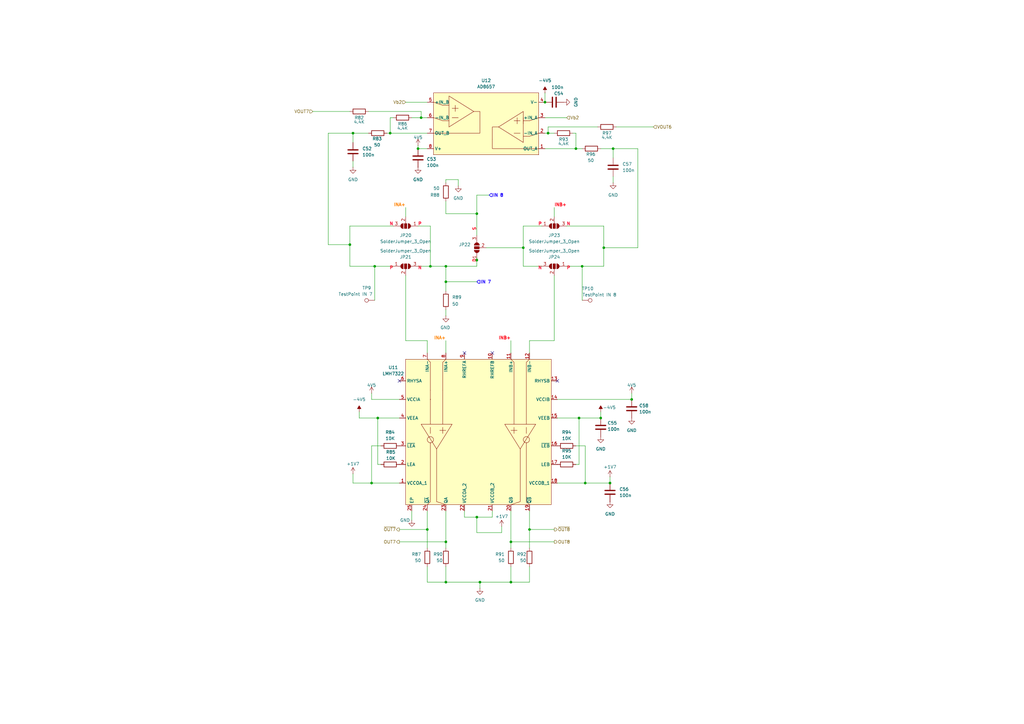
<source format=kicad_sch>
(kicad_sch (version 20231120) (generator "eeschema") (generator_version "8.0")
  (paper "A3")
  (lib_symbols
    (symbol "Connector:TestPoint" (pin_numbers hide) (pin_names (offset 0.762) hide)
      (property "Reference" "TP" (at 0 6.858 0))
      (property "Value" "TestPoint" (at 0 5.08 0))
      (symbol "TestPoint_0_1"
        (circle (center 0 3.302) (radius 0.762))
      )
      (symbol "TestPoint_1_1"
        (pin passive line (at 0 0 90) (length 2.54) (name "1") (number "1"))
      )
    )
    (symbol "Device:C" (pin_numbers hide) (pin_names (offset 0.254))
      (property "Reference" "C" (at 0.635 2.54 0))
      (property "Value" "C" (at 0.635 -2.54 0))
      (symbol "C_0_1"
        (polyline (pts (xy -2.032 -0.762) (xy 2.032 -0.762)) (stroke (width 0.508)))
        (polyline (pts (xy -2.032 0.762) (xy 2.032 0.762)) (stroke (width 0.508)))
      )
      (symbol "C_1_1"
        (pin passive line (at 0 3.81 270) (length 2.794) (name "~") (number "1"))
        (pin passive line (at 0 -3.81 90) (length 2.794) (name "~") (number "2"))
      )
    )
    (symbol "Device:R" (pin_numbers hide) (pin_names (offset 0))
      (property "Reference" "R" (at 2.032 0 90))
      (property "Value" "R" (at 0 0 90))
      (symbol "R_0_1"
        (rectangle (start -1.016 -2.54) (end 1.016 2.54) (stroke (width 0.254)))
      )
      (symbol "R_1_1"
        (pin passive line (at 0 3.81 270) (length 1.27) (name "~") (number "1"))
        (pin passive line (at 0 -3.81 90) (length 1.27) (name "~") (number "2"))
      )
    )
    (symbol "SolderJumper_3_Open_3" (pin_names (offset 0) hide) (exclude_from_sim yes) (in_bom no)
      (property "Reference" "JP" (at -2.54 -2.54 0))
      (property "Value" "SolderJumper_3_Open" (at 0 2.794 0))
      (symbol "SolderJumper_3_Open_3_0_1"
        (arc (start -1.016 1.016) (mid -2.0276 0) (end -1.016 -1.016))
        (arc (start -1.016 1.016) (mid -2.0276 0) (end -1.016 -1.016) (fill (type outline)))
        (rectangle (start -0.508 1.016) (end 0.508 -1.016) (fill (type outline)))
        (polyline (pts (xy -2.54 0) (xy -2.032 0)))
        (polyline (pts (xy -1.016 1.016) (xy -1.016 -1.016)))
        (polyline (pts (xy 0 -1.27) (xy 0 -1.016)))
        (polyline (pts (xy 1.016 1.016) (xy 1.016 -1.016)))
        (polyline (pts (xy 2.54 0) (xy 2.032 0)))
        (arc (start 1.016 -1.016) (mid 2.0276 0) (end 1.016 1.016))
        (arc (start 1.016 -1.016) (mid 2.0276 0) (end 1.016 1.016) (fill (type outline)))
      )
      (symbol "SolderJumper_3_Open_3_1_1"
        (pin passive line (at -5.08 0 0) (length 2.54) (name "A") (number "1"))
        (pin passive line (at 0 -3.81 90) (length 2.54) (name "C") (number "2"))
        (pin passive line (at 5.08 0 180) (length 2.54) (name "B") (number "3"))
      )
    )
    (symbol "power:+1V2" (power) (pin_numbers hide) (pin_names (offset 0) hide)
      (property "Value" "+1V2" (at 0 3.556 0))
      (symbol "+1V2_0_1"
        (polyline (pts (xy -0.762 1.27) (xy 0 2.54)))
        (polyline (pts (xy 0 0) (xy 0 2.54)))
        (polyline (pts (xy 0 2.54) (xy 0.762 1.27)))
      )
      (symbol "+1V2_1_1"
        (pin power_in line (at 0 0 90) (length 0) (name "~") (number "1"))
      )
    )
    (symbol "power:+8V" (power) (pin_numbers hide) (pin_names (offset 0) hide)
      (property "Value" "+8V" (at 0 3.556 0))
      (symbol "+8V_0_1"
        (polyline (pts (xy -0.762 1.27) (xy 0 2.54)))
        (polyline (pts (xy 0 0) (xy 0 2.54)))
        (polyline (pts (xy 0 2.54) (xy 0.762 1.27)))
      )
      (symbol "+8V_1_1"
        (pin power_in line (at 0 0 90) (length 0) (name "~") (number "1"))
      )
    )
    (symbol "power:-8V" (power) (pin_numbers hide) (pin_names (offset 0) hide)
      (property "Value" "-8V" (at 0 3.556 0))
      (symbol "-8V_0_0"
        (pin power_in line (at 0 0 90) (length 0) (name "~") (number "1"))
      )
      (symbol "-8V_0_1"
        (polyline (pts (xy 0 0) (xy 0 1.27) (xy 0.762 1.27) (xy 0 2.54) (xy -0.762 1.27) (xy 0 1.27)) (fill (type outline)))
      )
    )
    (symbol "power:GND" (power) (pin_numbers hide) (pin_names (offset 0) hide)
      (property "Value" "GND" (at 0 -3.81 0))
      (symbol "GND_0_1"
        (polyline (pts (xy 0 0) (xy 0 -1.27) (xy 1.27 -1.27) (xy 0 -2.54) (xy -1.27 -1.27) (xy 0 -1.27)))
      )
      (symbol "GND_1_1"
        (pin power_in line (at 0 0 270) (length 0) (name "~") (number "1"))
      )
    )
    (symbol "prova:AD8657"
      (property "Reference" "U" (at 9.906 3.556 0))
      (property "Value" "AD8657" (at 10.16 5.842 0))
      (symbol "AD8657_0_1"
        (polyline (pts (xy 12.7 17.78) (xy 12.7 20.32)))
        (polyline (pts (xy 13.97 19.05) (xy 16.51 19.05)))
        (polyline (pts (xy 13.97 24.13) (xy 16.51 24.13)))
        (polyline (pts (xy 15.24 20.32) (xy 15.24 17.78)))
        (polyline (pts (xy 16.51 19.05) (xy 16.51 19.05)))
        (polyline (pts (xy 36.83 17.78) (xy 36.83 17.78)))
        (polyline (pts (xy 39.37 13.97) (xy 41.91 13.97)))
        (polyline (pts (xy 39.37 17.78) (xy 41.91 17.78)))
        (polyline (pts (xy 40.64 15.24) (xy 40.64 12.7)))
      )
      (symbol "AD8657_1_1"
        (polyline (pts (xy 6.35 17.78) (xy 10.16 19.05)))
        (polyline (pts (xy 10.16 25.4) (xy 6.35 24.13)))
        (polyline (pts (xy 11.43 19.05) (xy 10.16 19.05)))
        (polyline (pts (xy 11.43 19.05) (xy 12.7 19.05)))
        (polyline (pts (xy 11.43 25.4) (xy 10.16 25.4)))
        (polyline (pts (xy 11.43 25.4) (xy 12.7 25.4)))
        (polyline (pts (xy 22.86 21.59) (xy 25.4 21.59) (xy 25.4 26.67)))
        (polyline (pts (xy 25.4 26.67) (xy 25.4 30.48) (xy 6.35 30.48)))
        (polyline (pts (xy 49.53 11.43) (xy 45.72 12.7) (xy 43.18 12.7)))
        (polyline (pts (xy 49.53 17.78) (xy 45.72 19.05) (xy 43.18 19.05)))
        (polyline (pts (xy 12.7 15.24) (xy 12.7 27.94) (xy 22.86 21.59) (xy 12.7 15.24)))
        (polyline (pts (xy 33.02 15.24) (xy 30.48 15.24) (xy 30.48 24.13) (xy 49.53 24.13)))
        (polyline (pts (xy 43.18 21.59) (xy 43.18 8.89) (xy 33.02 15.24) (xy 43.18 21.59)))
        (rectangle (start 6.35 33.02) (end 49.53 7.62) (fill (type background)))
        (pin output line (at 3.81 30.48 0) (length 2.54) (name "OUT_A") (number "1"))
        (pin input line (at 3.81 24.13 0) (length 2.54) (name "-IN_A") (number "2"))
        (pin input line (at 3.81 17.78 0) (length 2.54) (name "+IN_A") (number "3"))
        (pin input line (at 3.81 11.43 0) (length 2.54) (name "V-") (number "4"))
        (pin input line (at 52.07 11.43 180) (length 2.54) (name "+IN_B") (number "5"))
        (pin input line (at 52.07 17.78 180) (length 2.54) (name "-IN_B") (number "6"))
        (pin input line (at 52.07 24.13 180) (length 2.54) (name "OUT_B") (number "7"))
        (pin input line (at 52.07 30.48 180) (length 2.54) (name "V+") (number "8"))
      )
    )
    (symbol "prova:LMH7322"
      (property "Reference" "U" (at 11.684 8.89 0))
      (property "Value" "LMH7322" (at 20.32 16.51 0))
      (symbol "LMH7322_0_1"
        (circle (center -8.89 -5.08) (radius 0.0001))
        (circle (center -8.89 11.43) (radius 1.27))
        (polyline (pts (xy -8.89 -8.89) (xy -8.89 5.08)))
        (polyline (pts (xy -8.89 8.89) (xy -8.89 6.35)))
        (polyline (pts (xy -3.81 -8.89) (xy -3.81 5.08)))
        (polyline (pts (xy -3.81 8.89) (xy -3.81 6.35)))
        (polyline (pts (xy -2.54 7.62) (xy -5.08 7.62)))
        (polyline (pts (xy 25.4 8.89) (xy 25.4 6.35)))
        (polyline (pts (xy 26.67 7.62) (xy 24.13 7.62)))
        (polyline (pts (xy 30.48 -2.54) (xy 30.48 -2.54)))
        (polyline (pts (xy 30.48 8.89) (xy 30.48 6.35)))
        (polyline (pts (xy -8.89 -8.89) (xy -8.89 -20.32) (xy -10.16 -21.59)))
        (polyline (pts (xy -8.89 12.7) (xy -8.89 36.83) (xy -10.16 38.1)))
        (polyline (pts (xy -6.35 15.24) (xy -6.35 36.83) (xy -2.54 38.1)))
        (polyline (pts (xy -3.81 -8.89) (xy -3.81 -20.32) (xy -2.54 -21.59)))
        (polyline (pts (xy 27.94 15.24) (xy 27.94 36.83) (xy 24.13 38.1)))
        (polyline (pts (xy 30.48 12.7) (xy 30.48 36.83) (xy 31.75 38.1)))
        (circle (center 30.48 11.43) (radius 1.27))
      )
      (symbol "LMH7322_1_1"
        (rectangle (start -19.05 38.1) (end 40.64 -21.59) (fill (type background)))
        (polyline (pts (xy 0 5.08) (xy -12.7 5.08) (xy -6.35 15.24) (xy 0 5.08)))
        (polyline (pts (xy 24.13 -21.59) (xy 25.4 -20.32) (xy 25.4 -16.51) (xy 25.4 5.08)) (fill (type background)))
        (polyline (pts (xy 30.48 5.08) (xy 30.48 -16.51) (xy 30.48 -20.32) (xy 31.75 -21.59)) (fill (type background)))
        (polyline (pts (xy 34.29 5.08) (xy 21.59 5.08) (xy 27.94 15.24) (xy 34.29 5.08)) (fill (type background)))
        (pin input line (at -21.59 29.21 0) (length 2.54) (name "VCCOA_1") (number "1"))
        (pin input line (at 16.51 -24.13 90) (length 2.54) (name "RHREFB") (number "10"))
        (pin input line (at 24.13 -24.13 90) (length 2.54) (name "INB+") (number "11"))
        (pin input line (at 31.75 -24.13 90) (length 2.54) (name "INB-") (number "12"))
        (pin input line (at 43.18 -12.7 180) (length 2.54) (name "RHYSB") (number "13"))
        (pin input line (at 43.18 -5.08 180) (length 2.54) (name "VCCIB") (number "14"))
        (pin input line (at 43.18 2.54 180) (length 2.54) (name "VEEB") (number "15"))
        (pin input line (at 43.18 13.97 180) (length 2.54) (name "~{LEB}") (number "16"))
        (pin input line (at 43.18 21.59 180) (length 2.54) (name "LEB") (number "17"))
        (pin input line (at 43.18 29.21 180) (length 2.54) (name "VCCOB_1") (number "18"))
        (pin output line (at 31.75 40.64 270) (length 2.54) (name "~{QB}") (number "19"))
        (pin input line (at -21.59 21.59 0) (length 2.54) (name "LEA") (number "2"))
        (pin output line (at 24.13 40.64 270) (length 2.54) (name "QB") (number "20"))
        (pin input line (at 16.51 40.64 270) (length 2.54) (name "VCCOB_2") (number "21"))
        (pin input line (at 5.08 40.64 270) (length 2.54) (name "VCCOA_2") (number "22"))
        (pin output line (at -2.54 40.64 270) (length 2.54) (name "QA") (number "23"))
        (pin output line (at -10.16 40.64 270) (length 2.54) (name "~{QA}") (number "24"))
        (pin passive line (at -16.51 40.64 270) (length 2.54) (name "EP") (number "25"))
        (pin input line (at -21.59 13.97 0) (length 2.54) (name "~{LEA}") (number "3"))
        (pin input line (at -21.59 2.54 0) (length 2.54) (name "VEEA") (number "4"))
        (pin input line (at -21.59 -5.08 0) (length 2.54) (name "VCCIA") (number "5"))
        (pin input line (at -21.59 -12.7 0) (length 2.54) (name "RHYSA") (number "6"))
        (pin input line (at -10.16 -24.13 90) (length 2.54) (name "INA-") (number "7"))
        (pin input line (at -2.54 -24.13 90) (length 2.54) (name "INA+") (number "8"))
        (pin input line (at 5.08 -24.13 90) (length 2.54) (name "RHREFA") (number "9"))
      )
    )
  )
  (junction (at 209.55 222.25))
  (junction (at 160.02 54.61))
  (junction (at 196.85 238.76))
  (junction (at 240.03 198.12))
  (junction (at 195.58 212.09))
  (junction (at 209.55 238.76))
  (junction (at 171.45 60.96))
  (junction (at 247.65 101.6))
  (junction (at 251.46 60.96))
  (junction (at 175.26 217.17))
  (junction (at 246.38 171.45))
  (junction (at 217.17 217.17))
  (junction (at 250.19 198.12))
  (junction (at 182.88 238.76))
  (junction (at 237.49 171.45))
  (junction (at 223.52 41.91))
  (junction (at 144.78 54.61))
  (junction (at 224.79 54.61))
  (junction (at 214.63 101.6))
  (junction (at 236.22 60.96))
  (junction (at 259.08 163.83))
  (junction (at 182.88 109.22))
  (junction (at 182.88 115.57))
  (junction (at 195.58 106.68))
  (junction (at 182.88 222.25))
  (junction (at 154.94 171.45))
  (junction (at 195.58 87.63))
  (junction (at 238.76 109.22))
  (junction (at 176.53 109.22))
  (junction (at 152.4 198.12))
  (junction (at 172.72 48.26))
  (junction (at 143.51 100.33))
  (junction (at 153.67 109.22))
  (no_connect (at 163.83 156.21))
  (no_connect (at 190.5 144.78))
  (no_connect (at 228.6 156.21))
  (no_connect (at 201.93 144.78))
  (wire (pts (xy 175.26 144.78) (xy 175.26 139.7)))
  (wire (pts (xy 236.22 182.88) (xy 240.03 182.88)))
  (wire (pts (xy 228.6 163.83) (xy 259.08 163.83)))
  (wire (pts (xy 182.88 222.25) (xy 182.88 224.79)))
  (wire (pts (xy 182.88 127) (xy 182.88 129.54)))
  (wire (pts (xy 175.26 139.7) (xy 166.37 139.7)))
  (wire (pts (xy 182.88 115.57) (xy 195.58 115.57)))
  (wire (pts (xy 227.33 217.17) (xy 217.17 217.17)))
  (wire (pts (xy 163.83 198.12) (xy 152.4 198.12)))
  (wire (pts (xy 182.88 222.25) (xy 163.83 222.25)))
  (wire (pts (xy 143.51 92.71) (xy 161.29 92.71)))
  (wire (pts (xy 176.53 92.71) (xy 176.53 109.22)))
  (wire (pts (xy 199.39 101.6) (xy 214.63 101.6)))
  (wire (pts (xy 195.58 87.63) (xy 195.58 96.52)))
  (wire (pts (xy 158.75 54.61) (xy 160.02 54.61)))
  (wire (pts (xy 246.38 168.91) (xy 246.38 171.45)))
  (wire (pts (xy 190.5 212.09) (xy 190.5 209.55)))
  (wire (pts (xy 232.41 92.71) (xy 247.65 92.71)))
  (wire (pts (xy 182.88 119.38) (xy 182.88 115.57)))
  (wire (pts (xy 227.33 222.25) (xy 209.55 222.25)))
  (wire (pts (xy 217.17 238.76) (xy 209.55 238.76)))
  (wire (pts (xy 201.93 212.09) (xy 201.93 209.55)))
  (wire (pts (xy 238.76 109.22) (xy 247.65 109.22)))
  (wire (pts (xy 240.03 198.12) (xy 228.6 198.12)))
  (wire (pts (xy 182.88 73.66) (xy 187.96 73.66)))
  (wire (pts (xy 217.17 139.7) (xy 227.33 139.7)))
  (wire (pts (xy 209.55 222.25) (xy 209.55 224.79)))
  (wire (pts (xy 176.53 109.22) (xy 171.45 109.22)))
  (wire (pts (xy 175.26 209.55) (xy 175.26 217.17)))
  (wire (pts (xy 236.22 54.61) (xy 236.22 60.96)))
  (wire (pts (xy 182.88 209.55) (xy 182.88 222.25)))
  (wire (pts (xy 154.94 190.5) (xy 154.94 171.45)))
  (wire (pts (xy 153.67 109.22) (xy 153.67 123.19)))
  (wire (pts (xy 152.4 198.12) (xy 144.78 198.12)))
  (wire (pts (xy 190.5 212.09) (xy 195.58 212.09)))
  (wire (pts (xy 154.94 171.45) (xy 147.32 171.45)))
  (wire (pts (xy 232.41 109.22) (xy 238.76 109.22)))
  (wire (pts (xy 217.17 217.17) (xy 217.17 224.79)))
  (wire (pts (xy 217.17 232.41) (xy 217.17 238.76)))
  (wire (pts (xy 195.58 80.01) (xy 195.58 87.63)))
  (wire (pts (xy 143.51 92.71) (xy 143.51 100.33)))
  (wire (pts (xy 222.25 92.71) (xy 214.63 92.71)))
  (wire (pts (xy 247.65 101.6) (xy 247.65 109.22)))
  (wire (pts (xy 171.45 92.71) (xy 176.53 92.71)))
  (wire (pts (xy 251.46 64.77) (xy 251.46 60.96)))
  (wire (pts (xy 223.52 60.96) (xy 236.22 60.96)))
  (wire (pts (xy 134.62 100.33) (xy 134.62 54.61)))
  (wire (pts (xy 182.88 82.55) (xy 182.88 87.63)))
  (wire (pts (xy 205.74 215.9) (xy 205.74 218.44)))
  (wire (pts (xy 144.78 58.42) (xy 144.78 54.61)))
  (wire (pts (xy 224.79 54.61) (xy 227.33 54.61)))
  (wire (pts (xy 196.85 238.76) (xy 196.85 241.3)))
  (wire (pts (xy 134.62 54.61) (xy 144.78 54.61)))
  (wire (pts (xy 259.08 161.29) (xy 259.08 163.83)))
  (wire (pts (xy 153.67 109.22) (xy 161.29 109.22)))
  (wire (pts (xy 224.79 52.07) (xy 245.11 52.07)))
  (wire (pts (xy 250.19 198.12) (xy 240.03 198.12)))
  (wire (pts (xy 128.27 45.72) (xy 143.51 45.72)))
  (wire (pts (xy 160.02 54.61) (xy 160.02 48.26)))
  (wire (pts (xy 247.65 92.71) (xy 247.65 101.6)))
  (wire (pts (xy 227.33 113.03) (xy 227.33 139.7)))
  (wire (pts (xy 236.22 190.5) (xy 237.49 190.5)))
  (wire (pts (xy 195.58 105.41) (xy 195.58 106.68)))
  (wire (pts (xy 152.4 182.88) (xy 156.21 182.88)))
  (wire (pts (xy 246.38 60.96) (xy 251.46 60.96)))
  (wire (pts (xy 224.79 54.61) (xy 223.52 54.61)))
  (wire (pts (xy 195.58 109.22) (xy 182.88 109.22)))
  (wire (pts (xy 267.97 52.07) (xy 252.73 52.07)))
  (wire (pts (xy 175.26 217.17) (xy 175.26 224.79)))
  (wire (pts (xy 182.88 139.7) (xy 182.88 144.78)))
  (wire (pts (xy 261.62 60.96) (xy 251.46 60.96)))
  (wire (pts (xy 247.65 101.6) (xy 261.62 101.6)))
  (wire (pts (xy 152.4 163.83) (xy 163.83 163.83)))
  (wire (pts (xy 168.91 209.55) (xy 168.91 213.36)))
  (wire (pts (xy 166.37 85.09) (xy 166.37 88.9)))
  (wire (pts (xy 163.83 171.45) (xy 154.94 171.45)))
  (wire (pts (xy 143.51 109.22) (xy 153.67 109.22)))
  (wire (pts (xy 144.78 194.31) (xy 144.78 198.12)))
  (wire (pts (xy 250.19 195.58) (xy 250.19 198.12)))
  (wire (pts (xy 143.51 100.33) (xy 134.62 100.33)))
  (wire (pts (xy 209.55 209.55) (xy 209.55 222.25)))
  (wire (pts (xy 166.37 41.91) (xy 175.26 41.91)))
  (wire (pts (xy 152.4 182.88) (xy 152.4 198.12)))
  (wire (pts (xy 175.26 60.96) (xy 171.45 60.96)))
  (wire (pts (xy 166.37 113.03) (xy 166.37 139.7)))
  (wire (pts (xy 195.58 212.09) (xy 195.58 218.44)))
  (wire (pts (xy 209.55 232.41) (xy 209.55 238.76)))
  (wire (pts (xy 224.79 54.61) (xy 224.79 52.07)))
  (wire (pts (xy 240.03 182.88) (xy 240.03 198.12)))
  (wire (pts (xy 236.22 60.96) (xy 238.76 60.96)))
  (wire (pts (xy 195.58 212.09) (xy 201.93 212.09)))
  (wire (pts (xy 182.88 87.63) (xy 195.58 87.63)))
  (wire (pts (xy 172.72 48.26) (xy 172.72 45.72)))
  (wire (pts (xy 227.33 85.09) (xy 227.33 88.9)))
  (wire (pts (xy 195.58 80.01) (xy 200.66 80.01)))
  (wire (pts (xy 144.78 66.04) (xy 144.78 68.58)))
  (wire (pts (xy 214.63 109.22) (xy 222.25 109.22)))
  (wire (pts (xy 182.88 73.66) (xy 182.88 74.93)))
  (wire (pts (xy 261.62 101.6) (xy 261.62 60.96)))
  (wire (pts (xy 156.21 190.5) (xy 154.94 190.5)))
  (wire (pts (xy 175.26 217.17) (xy 163.83 217.17)))
  (wire (pts (xy 223.52 38.1) (xy 223.52 41.91)))
  (wire (pts (xy 234.95 54.61) (xy 236.22 54.61)))
  (wire (pts (xy 238.76 109.22) (xy 238.76 123.19)))
  (wire (pts (xy 182.88 238.76) (xy 175.26 238.76)))
  (wire (pts (xy 187.96 73.66) (xy 187.96 76.2)))
  (wire (pts (xy 175.26 232.41) (xy 175.26 238.76)))
  (wire (pts (xy 214.63 92.71) (xy 214.63 101.6)))
  (wire (pts (xy 168.91 48.26) (xy 172.72 48.26)))
  (wire (pts (xy 228.6 171.45) (xy 237.49 171.45)))
  (wire (pts (xy 196.85 238.76) (xy 182.88 238.76)))
  (wire (pts (xy 209.55 238.76) (xy 196.85 238.76)))
  (wire (pts (xy 160.02 54.61) (xy 175.26 54.61)))
  (wire (pts (xy 151.13 45.72) (xy 172.72 45.72)))
  (wire (pts (xy 147.32 168.91) (xy 147.32 171.45)))
  (wire (pts (xy 195.58 106.68) (xy 195.58 109.22)))
  (wire (pts (xy 182.88 232.41) (xy 182.88 238.76)))
  (wire (pts (xy 217.17 209.55) (xy 217.17 217.17)))
  (wire (pts (xy 143.51 100.33) (xy 143.51 109.22)))
  (wire (pts (xy 144.78 54.61) (xy 151.13 54.61)))
  (wire (pts (xy 182.88 109.22) (xy 176.53 109.22)))
  (wire (pts (xy 237.49 190.5) (xy 237.49 171.45)))
  (wire (pts (xy 251.46 72.39) (xy 251.46 74.93)))
  (wire (pts (xy 223.52 48.26) (xy 232.41 48.26)))
  (wire (pts (xy 246.38 171.45) (xy 237.49 171.45)))
  (wire (pts (xy 171.45 59.69) (xy 171.45 60.96)))
  (wire (pts (xy 172.72 48.26) (xy 175.26 48.26)))
  (wire (pts (xy 214.63 101.6) (xy 214.63 109.22)))
  (wire (pts (xy 195.58 218.44) (xy 205.74 218.44)))
  (wire (pts (xy 209.55 139.7) (xy 209.55 144.78)))
  (wire (pts (xy 182.88 109.22) (xy 182.88 115.57)))
  (wire (pts (xy 152.4 161.29) (xy 152.4 163.83)))
  (wire (pts (xy 217.17 144.78) (xy 217.17 139.7)))
  (wire (pts (xy 160.02 48.26) (xy 161.29 48.26)))
  (text "N" (at 221.488 109.982 0) (effects (font (size 1.27 1.27) (thickness 0.254) (bold yes))))
  (text "P\n" (at 221.488 91.948 0) (effects (font (size 1.27 1.27) (thickness 0.254) (bold yes))))
  (text "N" (at 172.212 109.982 0) (effects (font (size 1.27 1.27) (thickness 0.254) (bold yes))))
  (text "D" (at 194.564 106.934 90) (effects (font (size 1.27 1.27) (thickness 0.254) (bold yes))))
  (text "P\n" (at 233.172 109.982 0) (effects (font (size 1.27 1.27) (thickness 0.254) (bold yes))))
  (text "N" (at 233.172 91.948 0) (effects (font (size 1.27 1.27) (thickness 0.254) (bold yes))))
  (text "S" (at 194.564 93.98 90) (effects (font (size 1.27 1.27) (thickness 0.254) (bold yes))))
  (text "P\n" (at 160.528 109.982 0) (effects (font (size 1.27 1.27) (thickness 0.254) (bold yes))))
  (text "P\n" (at 172.212 91.948 0) (effects (font (size 1.27 1.27) (thickness 0.254) (bold yes))))
  (text "N" (at 160.528 91.948 0) (effects (font (size 1.27 1.27) (thickness 0.254) (bold yes))))
  (label "INB+" (at 209.55 139.7 180) (effects (font (thickness 0.254) (bold yes))))
  (label "INA+" (at 166.37 85.09 180) (effects (font (thickness 0.254) (bold yes))))
  (label "INB+" (at 227.33 85.09 0) (effects (font (thickness 0.254) (bold yes))))
  (label "INA+" (at 182.88 139.7 180) (effects (font (thickness 0.254) (bold yes))))
  (hierarchical_label "VOUT6" (shape input) (at 267.97 52.07 0))
  (hierarchical_label "Vb2" (shape input) (at 232.41 48.26 0))
  (hierarchical_label "~{OUT7}" (shape output) (at 163.83 217.17 180))
  (hierarchical_label "~{OUT8}" (shape output) (at 227.33 217.17 0))
  (hierarchical_label "Vb2" (shape input) (at 166.37 41.91 180))
  (hierarchical_label "OUT8" (shape output) (at 227.33 222.25 0))
  (hierarchical_label "VOUT7" (shape input) (at 128.27 45.72 180))
  (hierarchical_label "IN 8" (shape input) (at 200.66 80.01 0) (effects (font (thickness 0.254) (bold yes))))
  (hierarchical_label "IN 7" (shape input) (at 195.58 115.57 0) (effects (font (thickness 0.254) (bold yes))))
  (hierarchical_label "OUT7" (shape output) (at 163.83 222.25 180))
  (symbol (lib_id "Device:R") (at 175.26 228.6 0) (mirror y) (unit 1)
    (property "Reference" "R87" (at 172.72 227.3299 0) (effects (justify left)))
    (property "Value" "50" (at 172.72 229.8699 0) (effects (justify left)))
    (property "Footprint" "Resistor_SMD:R_0603_1608Metric_Pad0.98x0.95mm_HandSolder" (effects (hide yes)))
    (property "Description" "Resistor" (effects (hide yes)))
  )
  (symbol (lib_id "Device:R") (at 231.14 54.61 270) (unit 1)
    (property "Reference" "R93" (at 231.14 57.15 90))
    (property "Value" "4.4K" (at 231.14 58.928 90))
    (property "Footprint" "Resistor_SMD:R_0603_1608Metric_Pad0.98x0.95mm_HandSolder" (effects (hide yes)))
    (property "Description" "Resistor" (effects (hide yes)))
  )
  (symbol (lib_id "Device:R") (at 242.57 60.96 90) (unit 1)
    (property "Reference" "R96" (at 242.316 63.246 90))
    (property "Value" "50" (at 242.316 65.786 90))
    (property "Footprint" "Resistor_SMD:R_0603_1608Metric_Pad0.98x0.95mm_HandSolder" (effects (hide yes)))
    (property "Description" "Resistor" (effects (hide yes)))
  )
  (symbol (lib_id "power:-8V") (at 147.32 168.91 0) (mirror y) (unit 1)
    (property "Reference" "#PWR0129" (effects (hide yes)))
    (property "Value" "-4V5" (at 147.32 163.83 0))
    (property "Description" "Power symbol creates a global label with name \"-8V\"" (effects (hide yes)))
  )
  (symbol (lib_id "power:GND") (at 187.96 76.2 0) (unit 1)
    (property "Reference" "#PWR0135" (effects (hide yes)))
    (property "Value" "GND" (at 187.96 81.28 0))
    (property "Description" "Power symbol creates a global label with name \"GND\" , ground" (effects (hide yes)))
  )
  (symbol (lib_id "power:GND") (at 246.38 179.07 0) (unit 1)
    (property "Reference" "#PWR0142" (effects (hide yes)))
    (property "Value" "GND" (at 246.38 184.15 0))
    (property "Description" "Power symbol creates a global label with name \"GND\" , ground" (effects (hide yes)))
  )
  (symbol (lib_id "power:GND") (at 171.45 68.58 0) (unit 1)
    (property "Reference" "#PWR0133" (effects (hide yes)))
    (property "Value" "GND" (at 171.45 73.66 0))
    (property "Description" "Power symbol creates a global label with name \"GND\" , ground" (effects (hide yes)))
  )
  (symbol (lib_id "power:-8V") (at 246.38 168.91 0) (mirror y) (unit 1)
    (property "Reference" "#PWR0141" (effects (hide yes)))
    (property "Value" "-4V5" (at 249.936 167.132 0))
    (property "Description" "Power symbol creates a global label with name \"-8V\"" (effects (hide yes)))
  )
  (symbol (lib_name "SolderJumper_3_Open_3") (lib_id "Jumper:SolderJumper_3_Open") (at 195.58 101.6 90) (unit 1) (exclude_from_sim yes) (in_bom no)
    (property "Reference" "JP22" (at 193.04 100.3299 90) (effects (justify left)))
    (property "Value" "SolderJumper_3_Open" (effects (hide yes)))
    (property "Footprint" "Jumper:SolderJumper-3_P1.3mm_Open_RoundedPad1.0x1.5mm_NumberLabels" (effects (hide yes)))
    (property "Description" "Solder Jumper, 3-pole, open" (effects (hide yes)))
  )
  (symbol (lib_id "power:GND") (at 144.78 68.58 0) (unit 1)
    (property "Reference" "#PWR0127" (effects (hide yes)))
    (property "Value" "GND" (at 144.78 73.66 0))
    (property "Description" "Power symbol creates a global label with name \"GND\" , ground" (effects (hide yes)))
  )
  (symbol (lib_id "power:+8V") (at 171.45 59.69 0) (unit 1)
    (property "Reference" "#PWR0132" (effects (hide yes)))
    (property "Value" "4V5" (at 171.45 56.388 0))
    (property "Description" "Power symbol creates a global label with name \"+8V\"" (effects (hide yes)))
  )
  (symbol (lib_id "power:+8V") (at 152.4 161.29 0) (mirror y) (unit 1)
    (property "Reference" "#PWR0130" (effects (hide yes)))
    (property "Value" "4V5" (at 152.4 157.988 0))
    (property "Description" "Power symbol creates a global label with name \"+8V\"" (effects (hide yes)))
  )
  (symbol (lib_id "power:GND") (at 231.14 41.91 90) (unit 1)
    (property "Reference" "#PWR0139" (effects (hide yes)))
    (property "Value" "GND" (at 236.22 41.91 0))
    (property "Description" "Power symbol creates a global label with name \"GND\" , ground" (effects (hide yes)))
  )
  (symbol (lib_name "SolderJumper_3_Open_3") (lib_id "Jumper:SolderJumper_3_Open") (at 227.33 92.71 0) (mirror x) (unit 1) (exclude_from_sim yes) (in_bom no)
    (property "Reference" "JP23" (at 227.33 96.52 0))
    (property "Value" "SolderJumper_3_Open" (at 227.33 99.06 0))
    (property "Footprint" "Jumper:SolderJumper-3_P1.3mm_Open_RoundedPad1.0x1.5mm_NumberLabels" (effects (hide yes)))
    (property "Description" "Solder Jumper, 3-pole, open" (effects (hide yes)))
  )
  (symbol (lib_id "Device:C") (at 250.19 201.93 0) (unit 1)
    (property "Reference" "C56" (at 254 200.6599 0) (effects (justify left)))
    (property "Value" "100n" (at 254 203.1999 0) (effects (justify left)))
    (property "Footprint" "Capacitor_SMD:C_0603_1608Metric_Pad1.08x0.95mm_HandSolder" (effects (hide yes)))
    (property "Description" "Unpolarized capacitor" (effects (hide yes)))
  )
  (symbol (lib_id "Device:C") (at 246.38 175.26 0) (unit 1)
    (property "Reference" "C55" (at 249.174 173.482 0) (effects (justify left)))
    (property "Value" "100n" (at 249.174 176.022 0) (effects (justify left)))
    (property "Footprint" "Capacitor_SMD:C_0603_1608Metric_Pad1.08x0.95mm_HandSolder" (effects (hide yes)))
    (property "Description" "Unpolarized capacitor" (effects (hide yes)))
  )
  (symbol (lib_id "Connector:TestPoint") (at 238.76 123.19 270) (unit 1)
    (property "Reference" "TP10" (at 241.046 118.364 90))
    (property "Value" "TestPoint IN 8" (at 245.872 120.904 90))
    (property "Footprint" "TestPoint:TestPoint_Pad_D1.0mm" (effects (hide yes)))
    (property "Description" "test point" (effects (hide yes)))
  )
  (symbol (lib_id "Device:R") (at 232.41 190.5 270) (mirror x) (unit 1)
    (property "Reference" "R95" (at 232.41 184.912 90))
    (property "Value" "10K" (at 232.41 187.452 90))
    (property "Footprint" "Resistor_SMD:R_0603_1608Metric_Pad0.98x0.95mm_HandSolder" (effects (hide yes)))
    (property "Description" "Resistor" (effects (hide yes)))
  )
  (symbol (lib_id "Device:C") (at 259.08 167.64 0) (unit 1)
    (property "Reference" "C58" (at 262.128 166.37 0) (effects (justify left)))
    (property "Value" "100n" (at 262.128 168.91 0) (effects (justify left)))
    (property "Footprint" "Capacitor_SMD:C_0603_1608Metric_Pad1.08x0.95mm_HandSolder" (effects (hide yes)))
    (property "Description" "Unpolarized capacitor" (effects (hide yes)))
  )
  (symbol (lib_id "Connector:TestPoint") (at 153.67 123.19 90) (unit 1)
    (property "Reference" "TP9" (at 150.368 118.11 90))
    (property "Value" "TestPoint IN 7" (at 145.796 120.65 90))
    (property "Footprint" "TestPoint:TestPoint_Pad_D1.0mm" (effects (hide yes)))
    (property "Description" "test point" (effects (hide yes)))
  )
  (symbol (lib_id "Device:R") (at 165.1 48.26 270) (unit 1)
    (property "Reference" "R86" (at 165.1 50.8 90))
    (property "Value" "4.4K" (at 165.1 52.578 90))
    (property "Footprint" "Resistor_SMD:R_0603_1608Metric_Pad0.98x0.95mm_HandSolder" (effects (hide yes)))
    (property "Description" "Resistor" (effects (hide yes)))
  )
  (symbol (lib_id "Device:R") (at 160.02 190.5 270) (mirror x) (unit 1)
    (property "Reference" "R85" (at 160.274 185.42 90))
    (property "Value" "10K" (at 160.274 187.96 90))
    (property "Footprint" "Resistor_SMD:R_0603_1608Metric_Pad0.98x0.95mm_HandSolder" (effects (hide yes)))
    (property "Description" "Resistor" (effects (hide yes)))
  )
  (symbol (lib_id "Device:R") (at 182.88 123.19 180) (unit 1)
    (property "Reference" "R89" (at 185.42 121.9199 0) (effects (justify right)))
    (property "Value" "50" (at 185.42 124.714 0) (effects (justify right)))
    (property "Footprint" "Resistor_SMD:R_0603_1608Metric_Pad0.98x0.95mm_HandSolder" (effects (hide yes)))
    (property "Description" "Resistor" (effects (hide yes)))
  )
  (symbol (lib_id "Device:C") (at 171.45 64.77 0) (unit 1)
    (property "Reference" "C53" (at 175.006 65.278 0) (effects (justify left)))
    (property "Value" "100n" (at 175.006 67.818 0) (effects (justify left)))
    (property "Footprint" "Capacitor_SMD:C_0603_1608Metric_Pad1.08x0.95mm_HandSolder" (effects (hide yes)))
    (property "Description" "Unpolarized capacitor" (effects (hide yes)))
  )
  (symbol (lib_id "Device:C") (at 144.78 62.23 0) (unit 1)
    (property "Reference" "C52" (at 148.59 60.9599 0) (effects (justify left)))
    (property "Value" "100n" (at 148.59 63.4999 0) (effects (justify left)))
    (property "Footprint" "Capacitor_SMD:C_0603_1608Metric_Pad1.08x0.95mm_HandSolder" (effects (hide yes)))
    (property "Description" "Unpolarized capacitor" (effects (hide yes)))
  )
  (symbol (lib_id "Device:R") (at 160.02 182.88 270) (mirror x) (unit 1)
    (property "Reference" "R84" (at 160.02 177.292 90))
    (property "Value" "10K" (at 160.02 179.832 90))
    (property "Footprint" "Resistor_SMD:R_0603_1608Metric_Pad0.98x0.95mm_HandSolder" (effects (hide yes)))
    (property "Description" "Resistor" (effects (hide yes)))
  )
  (symbol (lib_id "Device:R") (at 182.88 228.6 0) (mirror y) (unit 1)
    (property "Reference" "R90" (at 181.61 227.33 0) (effects (justify left)))
    (property "Value" "50" (at 181.61 229.87 0) (effects (justify left)))
    (property "Footprint" "Resistor_SMD:R_0603_1608Metric_Pad0.98x0.95mm_HandSolder" (effects (hide yes)))
    (property "Description" "Resistor" (effects (hide yes)))
  )
  (symbol (lib_id "power:+1V2") (at 205.74 215.9 0) (mirror y) (unit 1)
    (property "Reference" "#PWR0137" (effects (hide yes)))
    (property "Value" "+1V7" (at 205.74 211.836 0))
    (property "Description" "Power symbol creates a global label with name \"+1V2\"" (effects (hide yes)))
  )
  (symbol (lib_id "Device:C") (at 227.33 41.91 90) (unit 1)
    (property "Reference" "C54" (at 231.14 38.354 90) (effects (justify left)))
    (property "Value" "100n" (at 231.14 35.814 90) (effects (justify left)))
    (property "Footprint" "Capacitor_SMD:C_0603_1608Metric_Pad1.08x0.95mm_HandSolder" (effects (hide yes)))
    (property "Description" "Unpolarized capacitor" (effects (hide yes)))
  )
  (symbol (lib_id "prova:AD8657") (at 227.33 30.48 180) (unit 1)
    (property "Reference" "U12" (at 199.39 33.02 0))
    (property "Value" "AD8657" (at 199.39 35.56 0))
    (property "Footprint" "SamacSys_Parts:SOP65P490X110-8N" (effects (hide yes)))
  )
  (symbol (lib_id "Device:R") (at 182.88 78.74 0) (unit 1)
    (property "Reference" "R88" (at 180.34 80.0101 0) (effects (justify right)))
    (property "Value" "50" (at 180.34 77.216 0) (effects (justify right)))
    (property "Footprint" "Resistor_SMD:R_0603_1608Metric_Pad0.98x0.95mm_HandSolder" (effects (hide yes)))
    (property "Description" "Resistor" (effects (hide yes)))
  )
  (symbol (lib_id "power:GND") (at 168.91 213.36 0) (mirror y) (unit 1)
    (property "Reference" "#PWR0131" (effects (hide yes)))
    (property "Value" "GND" (at 166.116 213.36 0))
    (property "Description" "Power symbol creates a global label with name \"GND\" , ground" (effects (hide yes)))
  )
  (symbol (lib_name "SolderJumper_3_Open_3") (lib_id "Jumper:SolderJumper_3_Open") (at 227.33 109.22 0) (mirror y) (unit 1) (exclude_from_sim yes) (in_bom no)
    (property "Reference" "JP24" (at 227.33 105.41 0))
    (property "Value" "SolderJumper_3_Open" (at 227.33 102.87 0))
    (property "Footprint" "Jumper:SolderJumper-3_P1.3mm_Open_RoundedPad1.0x1.5mm_NumberLabels" (effects (hide yes)))
    (property "Description" "Solder Jumper, 3-pole, open" (effects (hide yes)))
  )
  (symbol (lib_name "SolderJumper_3_Open_3") (lib_id "Jumper:SolderJumper_3_Open") (at 166.37 109.22 0) (unit 1) (exclude_from_sim yes) (in_bom no)
    (property "Reference" "JP21" (at 166.37 105.41 0))
    (property "Value" "SolderJumper_3_Open" (at 166.37 102.87 0))
    (property "Footprint" "Jumper:SolderJumper-3_P1.3mm_Open_RoundedPad1.0x1.5mm_NumberLabels" (effects (hide yes)))
    (property "Description" "Solder Jumper, 3-pole, open" (effects (hide yes)))
  )
  (symbol (lib_id "Device:C") (at 251.46 68.58 0) (unit 1)
    (property "Reference" "C57" (at 255.27 67.3099 0) (effects (justify left)))
    (property "Value" "100n" (at 255.27 69.8499 0) (effects (justify left)))
    (property "Footprint" "Capacitor_SMD:C_0603_1608Metric_Pad1.08x0.95mm_HandSolder" (effects (hide yes)))
    (property "Description" "Unpolarized capacitor" (effects (hide yes)))
  )
  (symbol (lib_id "Device:R") (at 147.32 45.72 270) (unit 1)
    (property "Reference" "R82" (at 147.32 48.26 90))
    (property "Value" "4.4K" (at 147.32 50.038 90))
    (property "Footprint" "Resistor_SMD:R_0603_1608Metric_Pad0.98x0.95mm_HandSolder" (effects (hide yes)))
    (property "Description" "Resistor" (effects (hide yes)))
  )
  (symbol (lib_name "SolderJumper_3_Open_3") (lib_id "Jumper:SolderJumper_3_Open") (at 166.37 92.71 180) (unit 1) (exclude_from_sim yes) (in_bom no)
    (property "Reference" "JP20" (at 166.37 96.52 0))
    (property "Value" "SolderJumper_3_Open" (at 166.37 99.06 0))
    (property "Footprint" "Jumper:SolderJumper-3_P1.3mm_Open_RoundedPad1.0x1.5mm_NumberLabels" (effects (hide yes)))
    (property "Description" "Solder Jumper, 3-pole, open" (effects (hide yes)))
  )
  (symbol (lib_id "power:-8V") (at 223.52 38.1 0) (unit 1)
    (property "Reference" "#PWR0138" (effects (hide yes)))
    (property "Value" "-4V5" (at 223.52 33.02 0))
    (property "Description" "Power symbol creates a global label with name \"-8V\"" (effects (hide yes)))
  )
  (symbol (lib_id "power:+8V") (at 259.08 161.29 0) (mirror y) (unit 1)
    (property "Reference" "#PWR0140" (effects (hide yes)))
    (property "Value" "4V5" (at 259.08 157.988 0))
    (property "Description" "Power symbol creates a global label with name \"+8V\"" (effects (hide yes)))
  )
  (symbol (lib_id "power:GND") (at 250.19 205.74 0) (unit 1)
    (property "Reference" "#PWR0144" (effects (hide yes)))
    (property "Value" "GND" (at 250.19 210.82 0))
    (property "Description" "Power symbol creates a global label with name \"GND\" , ground" (effects (hide yes)))
  )
  (symbol (lib_id "power:GND") (at 259.08 171.45 0) (unit 1)
    (property "Reference" "#PWR0146" (effects (hide yes)))
    (property "Value" "GND" (at 259.08 176.53 0))
    (property "Description" "Power symbol creates a global label with name \"GND\" , ground" (effects (hide yes)))
  )
  (symbol (lib_id "power:GND") (at 196.85 241.3 0) (mirror y) (unit 1)
    (property "Reference" "#PWR0136" (effects (hide yes)))
    (property "Value" "GND" (at 196.85 246.126 0))
    (property "Description" "Power symbol creates a global label with name \"GND\" , ground" (effects (hide yes)))
  )
  (symbol (lib_id "power:+1V2") (at 144.78 194.31 0) (mirror y) (unit 1)
    (property "Reference" "#PWR0128" (effects (hide yes)))
    (property "Value" "+1V7" (at 144.78 190.246 0))
    (property "Description" "Power symbol creates a global label with name \"+1V2\"" (effects (hide yes)))
  )
  (symbol (lib_id "Device:R") (at 232.41 182.88 270) (mirror x) (unit 1)
    (property "Reference" "R94" (at 232.41 177.292 90))
    (property "Value" "10K" (at 232.41 179.832 90))
    (property "Footprint" "Resistor_SMD:R_0603_1608Metric_Pad0.98x0.95mm_HandSolder" (effects (hide yes)))
    (property "Description" "Resistor" (effects (hide yes)))
  )
  (symbol (lib_id "Device:R") (at 154.94 54.61 90) (unit 1)
    (property "Reference" "R83" (at 154.686 56.896 90))
    (property "Value" "50" (at 154.686 59.436 90))
    (property "Footprint" "Resistor_SMD:R_0603_1608Metric_Pad0.98x0.95mm_HandSolder" (effects (hide yes)))
    (property "Description" "Resistor" (effects (hide yes)))
  )
  (symbol (lib_id "Device:R") (at 209.55 228.6 0) (mirror y) (unit 1)
    (property "Reference" "R91" (at 207.01 227.3299 0) (effects (justify left)))
    (property "Value" "50" (at 207.01 229.8699 0) (effects (justify left)))
    (property "Footprint" "Resistor_SMD:R_0603_1608Metric_Pad0.98x0.95mm_HandSolder" (effects (hide yes)))
    (property "Description" "Resistor" (effects (hide yes)))
  )
  (symbol (lib_id "Device:R") (at 248.92 52.07 270) (unit 1)
    (property "Reference" "R97" (at 248.92 54.61 90))
    (property "Value" "4.4K" (at 248.92 56.388 90))
    (property "Footprint" "Resistor_SMD:R_0603_1608Metric_Pad0.98x0.95mm_HandSolder" (effects (hide yes)))
    (property "Description" "Resistor" (effects (hide yes)))
  )
  (symbol (lib_id "power:GND") (at 251.46 74.93 0) (unit 1)
    (property "Reference" "#PWR0145" (effects (hide yes)))
    (property "Value" "GND" (at 251.46 80.01 0))
    (property "Description" "Power symbol creates a global label with name \"GND\" , ground" (effects (hide yes)))
  )
  (symbol (lib_id "power:+1V2") (at 250.19 195.58 0) (mirror y) (unit 1)
    (property "Reference" "#PWR0143" (effects (hide yes)))
    (property "Value" "+1V7" (at 250.19 191.516 0))
    (property "Description" "Power symbol creates a global label with name \"+1V2\"" (effects (hide yes)))
  )
  (symbol (lib_id "prova:LMH7322") (at 185.42 168.91 0) (mirror x) (unit 1)
    (property "Reference" "U11" (at 161.29 150.7138 0))
    (property "Value" "LMH7322" (at 161.29 153.2538 0))
    (property "Footprint" "SamacSys_Parts:QFN50P400X400X80-25N" (effects (hide yes)))
  )
  (symbol (lib_id "power:GND") (at 182.88 129.54 0) (unit 1)
    (property "Reference" "#PWR0134" (effects (hide yes)))
    (property "Value" "GND" (at 182.626 134.366 0))
    (property "Description" "Power symbol creates a global label with name \"GND\" , ground" (effects (hide yes)))
  )
  (symbol (lib_id "Device:R") (at 217.17 228.6 0) (mirror y) (unit 1)
    (property "Reference" "R92" (at 215.9 227.33 0) (effects (justify left)))
    (property "Value" "50" (at 215.9 229.87 0) (effects (justify left)))
    (property "Footprint" "Resistor_SMD:R_0603_1608Metric_Pad0.98x0.95mm_HandSolder" (effects (hide yes)))
    (property "Description" "Resistor" (effects (hide yes)))
  )
)
</source>
